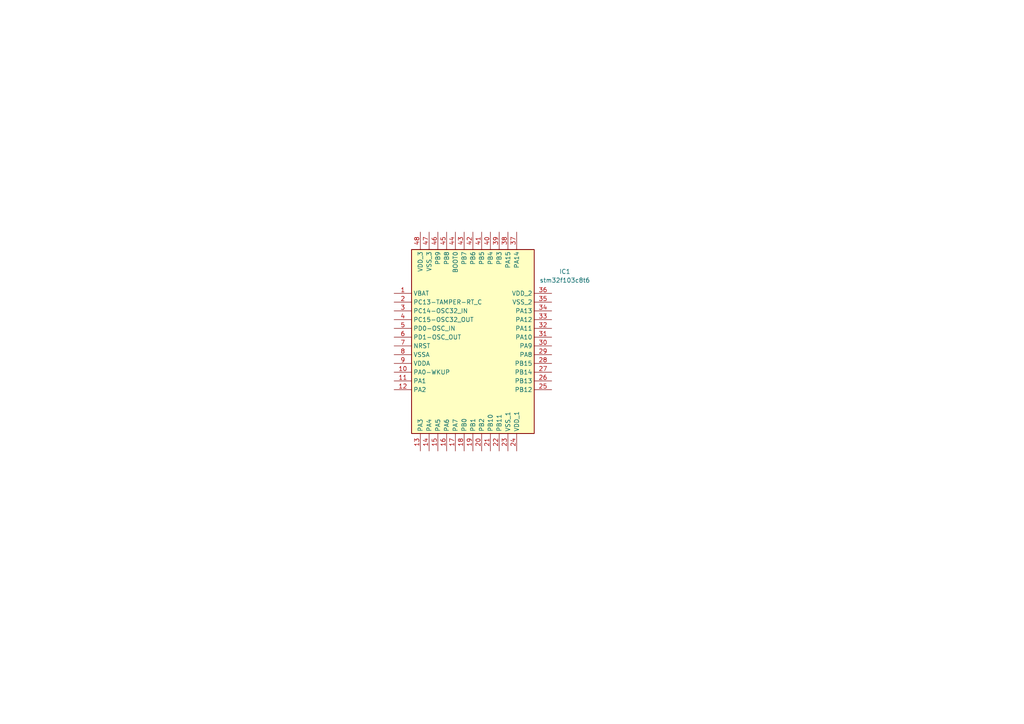
<source format=kicad_sch>
(kicad_sch (version 20231120) (generator "eeschema") (generator_version "8.0")
  (paper "A4")
  (lib_symbols
    (symbol "Mouser:stm32f103c8t6"
      (property "Reference" "IC" (at 41.91 17.78 0))
      (property "Value" "stm32f103c8t6" (at 41.91 15.24 0))
      (symbol "stm32f103c8t6_1_1"
        (rectangle (start 5.08 12.7) (end 40.64 -40.64) (stroke (width 0.254)) (fill (type background)))
        (pin passive line (at 0 0 0) (length 5.08) (name "VBAT") (number "1"))
        (pin passive line (at 0 -22.86 0) (length 5.08) (name "PA0-WKUP") (number "10"))
        (pin passive line (at 0 -25.4 0) (length 5.08) (name "PA1") (number "11"))
        (pin passive line (at 0 -27.94 0) (length 5.08) (name "PA2") (number "12"))
        (pin passive line (at 7.62 -45.72 90) (length 5.08) (name "PA3") (number "13"))
        (pin passive line (at 10.16 -45.72 90) (length 5.08) (name "PA4") (number "14"))
        (pin passive line (at 12.7 -45.72 90) (length 5.08) (name "PA5") (number "15"))
        (pin passive line (at 15.24 -45.72 90) (length 5.08) (name "PA6") (number "16"))
        (pin passive line (at 17.78 -45.72 90) (length 5.08) (name "PA7") (number "17"))
        (pin passive line (at 20.32 -45.72 90) (length 5.08) (name "PB0") (number "18"))
        (pin passive line (at 22.86 -45.72 90) (length 5.08) (name "PB1") (number "19"))
        (pin passive line (at 0 -2.54 0) (length 5.08) (name "PC13-TAMPER-RT_C") (number "2"))
        (pin passive line (at 25.4 -45.72 90) (length 5.08) (name "PB2") (number "20"))
        (pin passive line (at 27.94 -45.72 90) (length 5.08) (name "PB10") (number "21"))
        (pin passive line (at 30.48 -45.72 90) (length 5.08) (name "PB11") (number "22"))
        (pin passive line (at 33.02 -45.72 90) (length 5.08) (name "VSS_1") (number "23"))
        (pin passive line (at 35.56 -45.72 90) (length 5.08) (name "VDD_1") (number "24"))
        (pin passive line (at 45.72 -27.94 180) (length 5.08) (name "PB12") (number "25"))
        (pin passive line (at 45.72 -25.4 180) (length 5.08) (name "PB13") (number "26"))
        (pin passive line (at 45.72 -22.86 180) (length 5.08) (name "PB14") (number "27"))
        (pin passive line (at 45.72 -20.32 180) (length 5.08) (name "PB15") (number "28"))
        (pin passive line (at 45.72 -17.78 180) (length 5.08) (name "PA8") (number "29"))
        (pin passive line (at 0 -5.08 0) (length 5.08) (name "PC14-OSC32_IN") (number "3"))
        (pin passive line (at 45.72 -15.24 180) (length 5.08) (name "PA9") (number "30"))
        (pin passive line (at 45.72 -12.7 180) (length 5.08) (name "PA10") (number "31"))
        (pin passive line (at 45.72 -10.16 180) (length 5.08) (name "PA11") (number "32"))
        (pin passive line (at 45.72 -7.62 180) (length 5.08) (name "PA12") (number "33"))
        (pin passive line (at 45.72 -5.08 180) (length 5.08) (name "PA13") (number "34"))
        (pin passive line (at 45.72 -2.54 180) (length 5.08) (name "VSS_2") (number "35"))
        (pin passive line (at 45.72 0 180) (length 5.08) (name "VDD_2") (number "36"))
        (pin passive line (at 35.56 17.78 270) (length 5.08) (name "PA14") (number "37"))
        (pin passive line (at 33.02 17.78 270) (length 5.08) (name "PA15") (number "38"))
        (pin passive line (at 30.48 17.78 270) (length 5.08) (name "PB3") (number "39"))
        (pin passive line (at 0 -7.62 0) (length 5.08) (name "PC15-OSC32_OUT") (number "4"))
        (pin passive line (at 27.94 17.78 270) (length 5.08) (name "PB4") (number "40"))
        (pin passive line (at 25.4 17.78 270) (length 5.08) (name "PB5") (number "41"))
        (pin passive line (at 22.86 17.78 270) (length 5.08) (name "PB6") (number "42"))
        (pin passive line (at 20.32 17.78 270) (length 5.08) (name "PB7") (number "43"))
        (pin passive line (at 17.78 17.78 270) (length 5.08) (name "BOOT0") (number "44"))
        (pin passive line (at 15.24 17.78 270) (length 5.08) (name "PB8") (number "45"))
        (pin passive line (at 12.7 17.78 270) (length 5.08) (name "PB9") (number "46"))
        (pin passive line (at 10.16 17.78 270) (length 5.08) (name "VSS_3") (number "47"))
        (pin passive line (at 7.62 17.78 270) (length 5.08) (name "VDD_3") (number "48"))
        (pin passive line (at 0 -10.16 0) (length 5.08) (name "PD0-OSC_IN") (number "5"))
        (pin passive line (at 0 -12.7 0) (length 5.08) (name "PD1-OSC_OUT") (number "6"))
        (pin passive line (at 0 -15.24 0) (length 5.08) (name "NRST") (number "7"))
        (pin passive line (at 0 -17.78 0) (length 5.08) (name "VSSA") (number "8"))
        (pin passive line (at 0 -20.32 0) (length 5.08) (name "VDDA") (number "9"))
      )
    )
  )
  (symbol (lib_id "Mouser:stm32f103c8t6") (at 114.3 85.09 0) (unit 1)
    (property "Reference" "IC1" (at 163.83 78.7714 0))
    (property "Value" "stm32f103c8t6" (at 163.83 81.3114 0))
    (property "Footprint" "QFP50P900X900X160-48N" (effects (hide yes)))
    (property "Datasheet" "http://media.digikey.com/pdf/Data%20Sheets/ST%20Microelectronics%20PDFS/STM32F103x8,B.pdf" (effects (hide yes)))
    (property "Description" "Mainstream Performance line, ARM Cortex-M3 MCU with 64 Kbytes Flash, 72 MHz CPU, motor control, USB and CAN" (effects (hide yes)))
    (property "Height" "1.6" (effects (hide yes)))
    (property "Manufacturer_Name" "STMicroelectronics" (effects (hide yes)))
    (property "Manufacturer_Part_Number" "stm32f103c8t6" (effects (hide yes)))
    (property "Mouser Part Number" "511-STM32F103C8T6" (effects (hide yes)))
    (property "Mouser Price/Stock" "https://www.mouser.co.uk/ProductDetail/STMicroelectronics/STM32F103C8T6?qs=bhCVus9SdFtq6kqxsU5%2FDA%3D%3D" (effects (hide yes)))
    (property "Arrow Part Number" "STM32F103C8T6" (effects (hide yes)))
    (property "Arrow Price/Stock" "https://www.arrow.com/en/products/stm32f103c8t6/stmicroelectronics?region=nac" (effects (hide yes)))
  )
)
</source>
